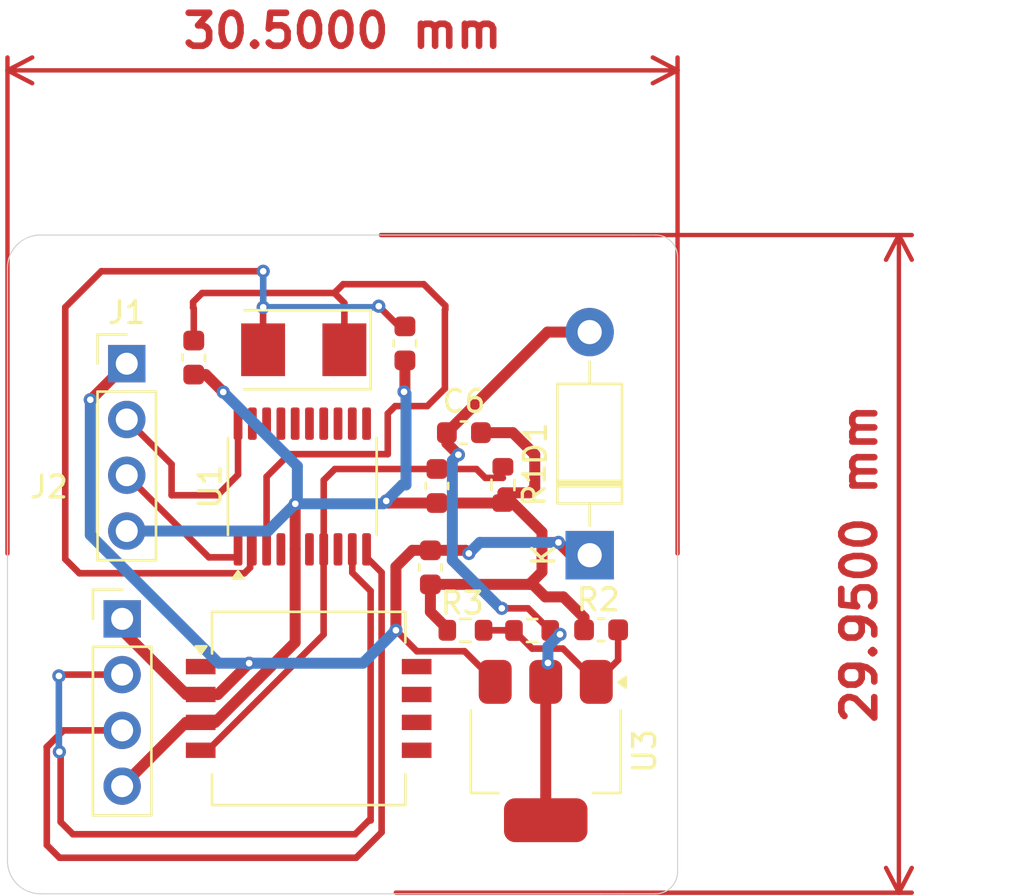
<source format=kicad_pcb>
(kicad_pcb (version 20240108) (generator "pcbnew") (generator_version "8.0")
  (layers (0 "F.Cu" signal) (31 "B.Cu" signal) (34 "B.Paste" user) (35 "F.Paste" user) (36 "B.SilkS" user "B.Silkscreen") (37 "F.SilkS" user "F.Silkscreen") (38 "B.Mask" user) (39 "F.Mask" user) (44 "Edge.Cuts" user))
  (net 0 "")
  (net 1 "GND")
  (net 2 "+5V")
  (net 3 "Net-(U1-PA0)")
  (net 4 "Net-(U1-PC14{slash}PB9)")
  (net 5 "Net-(U1-PC15)")
  (net 6 "UART1_RX")
  (net 7 "UART1_TX")
  (net 8 "UART2_RX")
  (net 9 "UART2_TX")
  (net 26 "Net-(U3-ADJ)")
  (net 27 "3.3V")
  (net 28 "+3.3V")
  (footprint "Capacitor_SMD:C_0603_1608Metric" (layer "F.Cu") (at 118.275 81)
    (property "Reference" "C6" (at 0 -1.43 0) (layer "F.SilkS"))
    (property "Value" "22uF")
    (fp_line (start -0.14058 -0.51) (end 0.14058 -0.51) (stroke (width 0.12)) (layer "F.SilkS"))
    (fp_line (start -0.14058 0.51) (end 0.14058 0.51) (stroke (width 0.12)) (layer "F.SilkS"))
    (pad "1" smd roundrect (at -0.775 0) (size 0.9 0.95) (layers "F.Cu" "F.Paste" "F.Mask") (net 27 "3.3V"))
    (pad "2" smd roundrect (at 0.775 0) (size 0.9 0.95) (layers "F.Cu" "F.Paste" "F.Mask") (net 1 "GND"))
  )
  (footprint "Diode_THT:D_DO-41_SOD81_P10.16mm_Horizontal" (layer "F.Cu") (at 124 86.58 90)
    (property "Reference" "D1" (at 5.08 -2.47 270) (layer "F.SilkS"))
    (property "Value" "1N4007")
    (fp_line (start 7.8 -1.47) (end 2.36 -1.47) (stroke (width 0.12)) (layer "F.SilkS"))
    (fp_line (start 3.38 -1.47) (end 3.38 1.47) (stroke (width 0.12)) (layer "F.SilkS"))
    (fp_line (start 3.26 -1.47) (end 3.26 1.47) (stroke (width 0.12)) (layer "F.SilkS"))
    (fp_line (start 3.14 -1.47) (end 3.14 1.47) (stroke (width 0.12)) (layer "F.SilkS"))
    (fp_line (start 2.36 -1.47) (end 2.36 1.47) (stroke (width 0.12)) (layer "F.SilkS"))
    (fp_line (start 8.82 0) (end 7.8 0) (stroke (width 0.12)) (layer "F.SilkS"))
    (fp_line (start 1.34 0) (end 2.36 0) (stroke (width 0.12)) (layer "F.SilkS"))
    (fp_line (start 7.8 1.47) (end 7.8 -1.47) (stroke (width 0.12)) (layer "F.SilkS"))
    (fp_line (start 2.36 1.47) (end 7.8 1.47) (stroke (width 0.12)) (layer "F.SilkS"))
    (fp_text user "K" (at 0 -2.1 270) (layer "F.SilkS"))
    (pad "1" thru_hole rect (at 0 0 90) (size 2.2 2.2) (drill 1.1) (layers "*.Cu" "*.Mask") (net 2 "+5V"))
    (pad "2" thru_hole oval (at 10.16 0 90) (size 2.2 2.2) (drill 1.1) (layers "*.Cu" "*.Mask") (net 27 "3.3V"))
  )
  (footprint "Resistor_SMD:R_0603_1608Metric" (layer "F.Cu") (at 118.345 90 180)
    (property "Reference" "R3" (at 0.145 1.24 180) (layer "F.SilkS"))
    (property "Value" "R")
    (fp_line (start -0.237258 0.5225) (end 0.237258 0.5225) (stroke (width 0.12)) (layer "F.SilkS"))
    (fp_line (start -0.237258 -0.5225) (end 0.237258 -0.5225) (stroke (width 0.12)) (layer "F.SilkS"))
    (pad "1" smd roundrect (at -0.825 0 180) (size 0.8 0.95) (layers "F.Cu" "F.Paste" "F.Mask") (net 26 "Net-(U3-ADJ)"))
    (pad "2" smd roundrect (at 0.825 0 180) (size 0.8 0.95) (layers "F.Cu" "F.Paste" "F.Mask") (net 1 "GND"))
  )
  (footprint "Package_SO:TSSOP-20_4.4x6.5mm_P0.65mm" (layer "F.Cu") (at 110.92 83.4525 90)
    (property "Reference" "U1" (at 0 -4.2 -90) (layer "F.SilkS"))
    (property "Value" "STM32G030F6Px" (hide yes))
    (fp_line (start 0 -3.385) (end 2.2 -3.385) (stroke (width 0.12)) (layer "F.SilkS"))
    (fp_line (start 0 -3.385) (end -2.2 -3.385) (stroke (width 0.12)) (layer "F.SilkS"))
    (fp_line (start 0 3.385) (end 2.2 3.385) (stroke (width 0.12)) (layer "F.SilkS"))
    (fp_line (start 0 3.385) (end -2.2 3.385) (stroke (width 0.12)) (layer "F.SilkS"))
    (fp_poly (pts (xy -3.86 -2.925) (xy -4.19 -3.165) (xy -4.19 -2.685) (xy -3.86 -2.925)) (stroke (width 0.12)) (fill solid) (layer "F.SilkS"))
    (pad "1" smd roundrect (at -2.8625 -2.925 90) (size 1.475 0.4) (layers "F.Cu" "F.Paste" "F.Mask") (net 6 "UART1_RX"))
    (pad "2" smd roundrect (at -2.8625 -2.275 90) (size 1.475 0.4) (layers "F.Cu" "F.Paste" "F.Mask") (net 4 "Net-(U1-PC14{slash}PB9)"))
    (pad "3" smd roundrect (at -2.8625 -1.625 90) (size 1.475 0.4) (layers "F.Cu" "F.Paste" "F.Mask") (net 5 "Net-(U1-PC15)"))
    (pad "4" smd roundrect (at -2.8625 -0.975 90) (size 1.475 0.4) (layers "F.Cu" "F.Paste" "F.Mask") (net 28 "+3.3V"))
    (pad "5" smd roundrect (at -2.8625 -0.325 90) (size 1.475 0.4) (layers "F.Cu" "F.Paste" "F.Mask") (net 1 "GND"))
    (pad "6" smd roundrect (at -2.8625 0.325 90) (size 1.475 0.4) (layers "F.Cu" "F.Paste" "F.Mask"))
    (pad "7" smd roundrect (at -2.8625 0.975 90) (size 1.475 0.4) (layers "F.Cu" "F.Paste" "F.Mask") (net 3 "Net-(U1-PA0)"))
    (pad "8" smd roundrect (at -2.8625 1.625 90) (size 1.475 0.4) (layers "F.Cu" "F.Paste" "F.Mask"))
    (pad "9" smd roundrect (at -2.8625 2.275 90) (size 1.475 0.4) (layers "F.Cu" "F.Paste" "F.Mask") (net 9 "UART2_TX"))
    (pad "10" smd roundrect (at -2.8625 2.925 90) (size 1.475 0.4) (layers "F.Cu" "F.Paste" "F.Mask") (net 8 "UART2_RX"))
    (pad "11" smd roundrect (at 2.8625 2.925 90) (size 1.475 0.4) (layers "F.Cu" "F.Paste" "F.Mask"))
    (pad "12" smd roundrect (at 2.8625 2.275 90) (size 1.475 0.4) (layers "F.Cu" "F.Paste" "F.Mask"))
    (pad "13" smd roundrect (at 2.8625 1.625 90) (size 1.475 0.4) (layers "F.Cu" "F.Paste" "F.Mask"))
    (pad "14" smd roundrect (at 2.8625 0.975 90) (size 1.475 0.4) (layers "F.Cu" "F.Paste" "F.Mask"))
    (pad "15" smd roundrect (at 2.8625 0.325 90) (size 1.475 0.4) (layers "F.Cu" "F.Paste" "F.Mask"))
    (pad "16" smd roundrect (at 2.8625 -0.325 90) (size 1.475 0.4) (layers "F.Cu" "F.Paste" "F.Mask"))
    (pad "17" smd roundrect (at 2.8625 -0.975 90) (size 1.475 0.4) (layers "F.Cu" "F.Paste" "F.Mask"))
    (pad "18" smd roundrect (at 2.8625 -1.625 90) (size 1.475 0.4) (layers "F.Cu" "F.Paste" "F.Mask"))
    (pad "19" smd roundrect (at 2.8625 -2.275 90) (size 1.475 0.4) (layers "F.Cu" "F.Paste" "F.Mask"))
    (pad "20" smd roundrect (at 2.8625 -2.925 90) (size 1.475 0.4) (layers "F.Cu" "F.Paste" "F.Mask") (net 7 "UART1_TX"))
  )
  (footprint "Connector_PinHeader_2.54mm:PinHeader_1x04_P2.54mm_Vertical" (layer "F.Cu") (at 102.93 77.86)
    (property "Reference" "J1" (at 0 -2.33 0) (layer "F.SilkS"))
    (property "Value" "Conn_01x04_Pin")
    (fp_line (start -1.33 -1.33) (end 0 -1.33) (stroke (width 0.12)) (layer "F.SilkS"))
    (fp_line (start -1.33 0) (end -1.33 -1.33) (stroke (width 0.12)) (layer "F.SilkS"))
    (fp_line (start -1.33 1.27) (end -1.33 8.95) (stroke (width 0.12)) (layer "F.SilkS"))
    (fp_line (start -1.33 1.27) (end 1.33 1.27) (stroke (width 0.12)) (layer "F.SilkS"))
    (fp_line (start -1.33 8.95) (end 1.33 8.95) (stroke (width 0.12)) (layer "F.SilkS"))
    (fp_line (start 1.33 1.27) (end 1.33 8.95) (stroke (width 0.12)) (layer "F.SilkS"))
    (pad "1" thru_hole rect (at 0 0) (size 1.7 1.7) (drill 1) (layers "*.Cu" "*.Mask") (net 2 "+5V"))
    (pad "2" thru_hole oval (at 0 2.54) (size 1.7 1.7) (drill 1) (layers "*.Cu" "*.Mask") (net 7 "UART1_TX"))
    (pad "3" thru_hole oval (at 0 5.08) (size 1.7 1.7) (drill 1) (layers "*.Cu" "*.Mask") (net 6 "UART1_RX"))
    (pad "4" thru_hole oval (at 0 7.62) (size 1.7 1.7) (drill 1) (layers "*.Cu" "*.Mask") (net 1 "GND"))
  )
  (footprint "Package_TO_SOT_SMD:SOT-223-3_TabPin2" (layer "F.Cu") (at 122 95.5 -90)
    (property "Reference" "U3" (at 0 -4.5 90) (layer "F.SilkS"))
    (property "Value" "AMS1117")
    (fp_line (start -1.85 3.41) (end 1.91 3.41) (stroke (width 0.12)) (layer "F.SilkS"))
    (fp_line (start 1.91 3.41) (end 1.91 2.15) (stroke (width 0.12)) (layer "F.SilkS"))
    (fp_line (start -1.85 -3.41) (end 1.91 -3.41) (stroke (width 0.12)) (layer "F.SilkS"))
    (fp_line (start 1.91 -3.41) (end 1.91 -2.15) (stroke (width 0.12)) (layer "F.SilkS"))
    (fp_poly (pts (xy -3.13 -3.31) (xy -3.37 -3.64) (xy -2.89 -3.64) (xy -3.13 -3.31)) (stroke (width 0.12)) (fill solid) (layer "F.SilkS"))
    (pad "1" smd roundrect (at -3.15 -2.3 270) (size 2 1.5) (layers "F.Cu" "F.Paste" "F.Mask") (net 26 "Net-(U3-ADJ)"))
    (pad "2" smd roundrect (at -3.15 0 270) (size 2 1.5) (layers "F.Cu" "F.Paste" "F.Mask") (net 27 "3.3V"))
    (pad "2" smd roundrect (at 3.15 0 270) (size 2 3.8) (layers "F.Cu" "F.Paste" "F.Mask") (net 27 "3.3V"))
    (pad "3" smd roundrect (at -3.15 2.3 270) (size 2 1.5) (layers "F.Cu" "F.Paste" "F.Mask") (net 2 "+5V"))
  )
  (footprint "Capacitor_SMD:C_0603_1608Metric" (layer "F.Cu") (at 116.75 87.135 -90)
    (property "Reference" "C1" (hide yes))
    (property "Value" "100nf")
    (fp_line (start -0.14058 0.51) (end 0.14058 0.51) (stroke (width 0.12)) (layer "F.SilkS"))
    (fp_line (start -0.14058 -0.51) (end 0.14058 -0.51) (stroke (width 0.12)) (layer "F.SilkS"))
    (pad "1" smd roundrect (at -0.775 0 270) (size 0.9 0.95) (layers "F.Cu" "F.Paste" "F.Mask") (net 2 "+5V"))
    (pad "2" smd roundrect (at 0.775 0 270) (size 0.9 0.95) (layers "F.Cu" "F.Paste" "F.Mask") (net 1 "GND"))
  )
  (footprint "Connector_PinHeader_2.54mm:PinHeader_1x04_P2.54mm_Vertical" (layer "F.Cu") (at 102.72 89.48)
    (property "Reference" "J2" (at -3.33 -6.01 0) (layer "F.SilkS"))
    (property "Value" "Conn_01x04_Pin" (hide yes))
    (fp_line (start -1.33 -1.33) (end 0 -1.33) (stroke (width 0.12)) (layer "F.SilkS"))
    (fp_line (start -1.33 0) (end -1.33 -1.33) (stroke (width 0.12)) (layer "F.SilkS"))
    (fp_line (start -1.33 1.27) (end -1.33 8.95) (stroke (width 0.12)) (layer "F.SilkS"))
    (fp_line (start -1.33 1.27) (end 1.33 1.27) (stroke (width 0.12)) (layer "F.SilkS"))
    (fp_line (start -1.33 8.95) (end 1.33 8.95) (stroke (width 0.12)) (layer "F.SilkS"))
    (fp_line (start 1.33 1.27) (end 1.33 8.95) (stroke (width 0.12)) (layer "F.SilkS"))
    (pad "1" thru_hole rect (at 0 0) (size 1.7 1.7) (drill 1) (layers "*.Cu" "*.Mask") (net 2 "+5V"))
    (pad "2" thru_hole oval (at 0 2.54) (size 1.7 1.7) (drill 1) (layers "*.Cu" "*.Mask") (net 9 "UART2_TX"))
    (pad "3" thru_hole oval (at 0 5.08) (size 1.7 1.7) (drill 1) (layers "*.Cu" "*.Mask") (net 8 "UART2_RX"))
    (pad "4" thru_hole oval (at 0 7.62) (size 1.7 1.7) (drill 1) (layers "*.Cu" "*.Mask") (net 1 "GND"))
  )
  (footprint "Sensor_Pressure:Freescale_98ARH99089A" (layer "F.Cu") (at 111.21 93.56)
    (property "Reference" "U2" (hide yes))
    (property "Value" "MPXA6115A")
    (fp_line (start -4.4 -4.4) (end -4.4 -2.5) (stroke (width 0.12)) (layer "F.SilkS"))
    (fp_line (start -4.4 4.4) (end -4.4 3) (stroke (width 0.12)) (layer "F.SilkS"))
    (fp_line (start 4.4 -4.4) (end -4.4 -4.4) (stroke (width 0.12)) (layer "F.SilkS"))
    (fp_line (start 4.4 -3) (end 4.4 -4.4) (stroke (width 0.12)) (layer "F.SilkS"))
    (fp_line (start 4.4 3) (end 4.4 4.4) (stroke (width 0.12)) (layer "F.SilkS"))
    (fp_line (start 4.4 4.4) (end -4.4 4.4) (stroke (width 0.12)) (layer "F.SilkS"))
    (fp_poly (pts (xy -4.9 -2.5) (xy -5.14 -2.83) (xy -4.66 -2.83) (xy -4.9 -2.5)) (stroke (width 0.12)) (fill solid) (layer "F.SilkS"))
    (pad "1" smd rect (at -4.9149 -1.905) (size 1.35 0.7) (layers "F.Cu" "F.Paste" "F.Mask"))
    (pad "2" smd rect (at -4.9149 -0.635) (size 1.35 0.7) (layers "F.Cu" "F.Paste" "F.Mask") (net 2 "+5V"))
    (pad "3" smd rect (at -4.9149 0.635) (size 1.35 0.7) (layers "F.Cu" "F.Paste" "F.Mask") (net 1 "GND"))
    (pad "4" smd rect (at -4.9149 1.905) (size 1.35 0.7) (layers "F.Cu" "F.Paste" "F.Mask") (net 3 "Net-(U1-PA0)"))
    (pad "5" smd rect (at 4.9149 1.905) (size 1.35 0.7) (layers "F.Cu" "F.Paste" "F.Mask"))
    (pad "6" smd rect (at 4.9149 0.635) (size 1.35 0.7) (layers "F.Cu" "F.Paste" "F.Mask"))
    (pad "7" smd rect (at 4.9149 -0.635) (size 1.35 0.7) (layers "F.Cu" "F.Paste" "F.Mask"))
    (pad "8" smd rect (at 4.9149 -1.905) (size 1.35 0.7) (layers "F.Cu" "F.Paste" "F.Mask"))
  )
  (footprint "Crystal:Crystal_SMD_5032-2Pin_5.0x3.2mm" (layer "F.Cu") (at 110.985 77.225 180)
    (property "Reference" "Y1" (hide yes))
    (property "Value" "8mHz")
    (fp_line (start 2.7 -1.8) (end -3.05 -1.8) (stroke (width 0.12)) (layer "F.SilkS"))
    (fp_line (start -3.05 1.8) (end 2.7 1.8) (stroke (width 0.12)) (layer "F.SilkS"))
    (fp_line (start -3.05 -1.8) (end -3.05 1.8) (stroke (width 0.12)) (layer "F.SilkS"))
    (pad "1" smd rect (at -1.85 0 180) (size 2 2.4) (layers "F.Cu" "F.Paste" "F.Mask") (net 5 "Net-(U1-PC15)"))
    (pad "2" smd rect (at 1.85 0 180) (size 2 2.4) (layers "F.Cu" "F.Paste" "F.Mask") (net 4 "Net-(U1-PC14{slash}PB9)"))
  )
  (footprint "Capacitor_SMD:C_0603_1608Metric" (layer "F.Cu") (at 124.52 89.98 180)
    (property "Reference" "C5" (hide yes))
    (property "Value" "10uF")
    (fp_line (start -0.14058 0.51) (end 0.14058 0.51) (stroke (width 0.12)) (layer "F.SilkS"))
    (fp_line (start -0.14058 -0.51) (end 0.14058 -0.51) (stroke (width 0.12)) (layer "F.SilkS"))
    (pad "1" smd roundrect (at -0.775 0 180) (size 0.9 0.95) (layers "F.Cu" "F.Paste" "F.Mask") (net 26 "Net-(U3-ADJ)"))
    (pad "2" smd roundrect (at 0.775 0 180) (size 0.9 0.95) (layers "F.Cu" "F.Paste" "F.Mask") (net 1 "GND"))
  )
  (footprint "Capacitor_SMD:C_0603_1608Metric" (layer "F.Cu") (at 105.98 77.58 90)
    (property "Reference" "C4" (hide yes))
    (property "Value" "20pf")
    (fp_line (start -0.14058 -0.51) (end 0.14058 -0.51) (stroke (width 0.12)) (layer "F.SilkS"))
    (fp_line (start -0.14058 0.51) (end 0.14058 0.51) (stroke (width 0.12)) (layer "F.SilkS"))
    (pad "1" smd roundrect (at -0.775 0 90) (size 0.9 0.95) (layers "F.Cu" "F.Paste" "F.Mask") (net 1 "GND"))
    (pad "2" smd roundrect (at 0.775 0 90) (size 0.9 0.95) (layers "F.Cu" "F.Paste" "F.Mask") (net 5 "Net-(U1-PC15)"))
  )
  (footprint "Capacitor_SMD:C_0603_1608Metric" (layer "F.Cu") (at 115.59 76.935 90)
    (property "Reference" "C3" (hide yes))
    (property "Value" "10pf" (hide yes))
    (fp_line (start -0.14058 -0.51) (end 0.14058 -0.51) (stroke (width 0.12)) (layer "F.SilkS"))
    (fp_line (start -0.14058 0.51) (end 0.14058 0.51) (stroke (width 0.12)) (layer "F.SilkS"))
    (pad "1" smd roundrect (at -0.775 0 90) (size 0.9 0.95) (layers "F.Cu" "F.Paste" "F.Mask") (net 1 "GND"))
    (pad "2" smd roundrect (at 0.775 0 90) (size 0.9 0.95) (layers "F.Cu" "F.Paste" "F.Mask") (net 4 "Net-(U1-PC14{slash}PB9)"))
  )
  (footprint "Resistor_SMD:R_0603_1608Metric" (layer "F.Cu") (at 120.05 83.38 -90)
    (property "Reference" "R1" (at 0 -1.43 -90) (layer "F.SilkS"))
    (property "Value" "15k")
    (fp_line (start -0.237258 0.5225) (end 0.237258 0.5225) (stroke (width 0.12)) (layer "F.SilkS"))
    (fp_line (start -0.237258 -0.5225) (end 0.237258 -0.5225) (stroke (width 0.12)) (layer "F.SilkS"))
    (pad "1" smd roundrect (at -0.825 0 270) (size 0.8 0.95) (layers "F.Cu" "F.Paste" "F.Mask") (net 3 "Net-(U1-PA0)"))
    (pad "2" smd roundrect (at 0.825 0 270) (size 0.8 0.95) (layers "F.Cu" "F.Paste" "F.Mask") (net 1 "GND"))
  )
  (footprint "Capacitor_SMD:C_0603_1608Metric" (layer "F.Cu") (at 117.05 83.43 -90)
    (property "Reference" "C2" (hide yes))
    (property "Value" "47pf")
    (fp_line (start -0.14058 0.51) (end 0.14058 0.51) (stroke (width 0.12)) (layer "F.SilkS"))
    (fp_line (start -0.14058 -0.51) (end 0.14058 -0.51) (stroke (width 0.12)) (layer "F.SilkS"))
    (pad "1" smd roundrect (at -0.775 0 270) (size 0.9 0.95) (layers "F.Cu" "F.Paste" "F.Mask") (net 3 "Net-(U1-PA0)"))
    (pad "2" smd roundrect (at 0.775 0 270) (size 0.9 0.95) (layers "F.Cu" "F.Paste" "F.Mask") (net 1 "GND"))
  )
  (footprint "Resistor_SMD:R_0603_1608Metric" (layer "F.Cu") (at 121.38 90.01 180)
    (property "Reference" "R2" (at -3.01 1.4 180) (layer "F.SilkS"))
    (property "Value" "R")
    (fp_line (start -0.237258 0.5225) (end 0.237258 0.5225) (stroke (width 0.12)) (layer "F.SilkS"))
    (fp_line (start -0.237258 -0.5225) (end 0.237258 -0.5225) (stroke (width 0.12)) (layer "F.SilkS"))
    (pad "1" smd roundrect (at -0.825 0 180) (size 0.8 0.95) (layers "F.Cu" "F.Paste" "F.Mask") (net 27 "3.3V"))
    (pad "2" smd roundrect (at 0.825 0 180) (size 0.8 0.95) (layers "F.Cu" "F.Paste" "F.Mask") (net 26 "Net-(U3-ADJ)"))
  )
  (gr_line (start 126 72) (end 127 72) (stroke (width 0.05)) (layer "Edge.Cuts"))
  (gr_line (start 125.5 102) (end 127 102) (stroke (width 0.05)) (layer "Edge.Cuts"))
  (gr_line (start 128 73) (end 128 101) (stroke (width 0.05)) (layer "Edge.Cuts"))
  (gr_line (start 99 102) (end 124.5 102) (stroke (width 0.05)) (layer "Edge.Cuts"))
  (gr_line (start 102 72) (end 100.5 72) (stroke (width 0.05)) (layer "Edge.Cuts"))
  (gr_line (start 124.5 102) (end 125.5 102) (stroke (width 0.05)) (layer "Edge.Cuts"))
  (gr_line (start 102 72) (end 126 72) (stroke (width 0.05)) (layer "Edge.Cuts"))
  (gr_line (start 100.5 72) (end 99 72) (stroke (width 0.05)) (layer "Edge.Cuts"))
  (gr_arc (start 127 72) (mid 127.707107 72.292893) (end 128 73) (stroke (width 0.05)) (layer "Edge.Cuts"))
  (gr_arc (start 128 101) (mid 127.707107 101.707107) (end 127 102) (stroke (width 0.05)) (layer "Edge.Cuts"))
  (gr_line (start 97.5 73.5) (end 97.5 100.5) (stroke (width 0.05)) (layer "Edge.Cuts"))
  (gr_arc (start 99 102) (mid 97.93934 101.56066) (end 97.5 100.5) (stroke (width 0.05)) (layer "Edge.Cuts"))
  (gr_arc (start 97.5 73.5) (mid 97.93934 72.43934) (end 99 72) (stroke (width 0.05)) (layer "Edge.Cuts"))
  (dimension (type aligned) (layer "F.Cu") (pts (xy 97.5 87) (xy 128 87)) (height -22.5) (gr_text "30.5000 mm" (at 112.75 62.7 0) (layer "F.Cu") (effects (font (size 1.5 1.5) (thickness 0.3)))) (format (prefix "") (suffix "") (units 3) (units_format 1) (precision 4)) (style (thickness 0.2) (arrow_length 1.27) (text_position_mode 0) (extension_height 0.58642) (extension_offset 0.5) keep_text_aligned))
  (dimension (type orthogonal) (layer "F.Cu") (pts (xy 114 72) (xy 114.675 101.95)) (height 24.075) (orientation 1) (gr_text "29.9500 mm" (at 136.275 86.975 90) (layer "F.Cu") (effects (font (size 1.5 1.5) (thickness 0.3)))) (format (prefix "") (suffix "") (units 3) (units_format 1) (precision 4)) (style (thickness 0.2) (arrow_length 1.27) (text_position_mode 0) (extension_height 0.58642) (extension_offset 0.5) keep_text_aligned))
  (segment (start 110.595 90.5501) (end 106.9501 94.195) (width 0.5) (layer "F.Cu") (net 1))
  (segment (start 120.05 84.205) (end 120.505 84.205) (width 0.5) (layer "F.Cu") (net 1))
  (segment (start 120.05 83.74) (end 120.05 84.205) (width 0.5) (layer "F.Cu") (net 1))
  (segment (start 121.26 87.91) (end 121.335 87.835) (width 0.5) (layer "F.Cu") (net 1))
  (segment (start 123.745 89.425) (end 123.745 89.98) (width 0.5) (layer "F.Cu") (net 1))
  (segment (start 110.595 86.315) (end 110.595 90.5501) (width 0.5) (layer "F.Cu") (net 1))
  (segment (start 120.505 84.205) (end 121.83 85.53) (width 0.5) (layer "F.Cu") (net 1))
  (segment (start 117.05 84.205) (end 120.05 84.205) (width 0.5) (layer "F.Cu") (net 1))
  (segment (start 120.5 81) (end 121.5 82) (width 0.5) (layer "F.Cu") (net 1))
  (segment (start 116.75 87.91) (end 121.26 87.91) (width 0.5) (layer "F.Cu") (net 1))
  (segment (start 116.75 89.16005) (end 117.554975 89.965025) (width 0.5) (layer "F.Cu") (net 1))
  (segment (start 117.05 84.205) (end 114.835 84.205) (width 0.5) (layer "F.Cu") (net 1))
  (segment (start 114.835 84.205) (end 114.74 84.11) (width 0.5) (layer "F.Cu") (net 1))
  (segment (start 121.5 82) (end 121.5 83.5) (width 0.5) (layer "F.Cu") (net 1))
  (segment (start 106.2951 94.195) (end 105.625 94.195) (width 0.5) (layer "F.Cu") (net 1))
  (segment (start 121.83 85.53) (end 121.83 87.34) (width 0.5) (layer "F.Cu") (net 1))
  (segment (start 119.05 81) (end 120.5 81) (width 0.5) (layer "F.Cu") (net 1))
  (segment (start 115.59 79.1) (end 115.55 79.14) (width 0.5) (layer "F.Cu") (net 1))
  (segment (start 116.75 87.91) (end 116.75 89.16005) (width 0.5) (layer "F.Cu") (net 1))
  (segment (start 122.8 88.48) (end 123.745 89.425) (width 0.5) (layer "F.Cu") (net 1))
  (segment (start 106.9501 94.195) (end 106.2951 94.195) (width 0.5) (layer "F.Cu") (net 1))
  (segment (start 105.98 78.355) (end 106.525 78.355) (width 0.5) (layer "F.Cu") (net 1))
  (segment (start 121.26 83.74) (end 120.05 83.74) (width 0.5) (layer "F.Cu") (net 1))
  (segment (start 121.335 87.835) (end 121.83 87.34) (width 0.5) (layer "F.Cu") (net 1))
  (segment (start 110.595 84.245) (end 110.6 84.24) (width 0.5) (layer "F.Cu") (net 1))
  (segment (start 105.625 94.195) (end 102.72 97.1) (width 0.5) (layer "F.Cu") (net 1))
  (segment (start 122.8 88.48) (end 121.98 88.48) (width 0.5) (layer "F.Cu") (net 1))
  (segment (start 121.5 83.5) (end 121.26 83.74) (width 0.5) (layer "F.Cu") (net 1))
  (segment (start 115.59 77.71) (end 115.59 79.1) (width 0.5) (layer "F.Cu") (net 1))
  (segment (start 121.98 88.48) (end 121.335 87.835) (width 0.5) (layer "F.Cu") (net 1))
  (segment (start 110.595 86.315) (end 110.595 84.245) (width 0.5) (layer "F.Cu") (net 1))
  (segment (start 106.525 78.355) (end 107.32 79.15) (width 0.5) (layer "F.Cu") (net 1))
  (via (at 110.6 84.24) (size 0.6) (drill 0.3) (layers "F.Cu" "B.Cu") (net 1))
  (via (at 114.74 84.11) (size 0.6) (drill 0.3) (layers "F.Cu" "B.Cu") (net 1))
  (via (at 107.32 79.15) (size 0.6) (drill 0.3) (layers "F.Cu" "B.Cu") (net 1))
  (via (at 115.55 79.14) (size 0.6) (drill 0.3) (layers "F.Cu" "B.Cu") (net 1))
  (segment (start 110.695 82.525) (end 107.32 79.15) (width 0.5) (layer "B.Cu") (net 1))
  (segment (start 114.74 84.11) (end 115.47 83.38) (width 0.5) (layer "B.Cu") (net 1))
  (segment (start 115.64 79.23) (end 115.55 79.14) (width 0.5) (layer "B.Cu") (net 1))
  (segment (start 114.61 84.24) (end 114.74 84.11) (width 0.5) (layer "B.Cu") (net 1))
  (segment (start 110.695 84.145) (end 110.695 82.525) (width 0.5) (layer "B.Cu") (net 1))
  (segment (start 109.36 85.48) (end 110.6 84.24) (width 0.5) (layer "B.Cu") (net 1))
  (segment (start 110.6 84.24) (end 114.61 84.24) (width 0.5) (layer "B.Cu") (net 1))
  (segment (start 110.6 84.24) (end 110.695 84.145) (width 0.5) (layer "B.Cu") (net 1))
  (segment (start 102.93 85.48) (end 109.36 85.48) (width 0.5) (layer "B.Cu") (net 1))
  (segment (start 115.64 83.38) (end 115.64 79.23) (width 0.5) (layer "B.Cu") (net 1))
  (segment (start 115.47 83.38) (end 115.64 83.38) (width 0.5) (layer "B.Cu") (net 1))
  (segment (start 105.6401 92.925) (end 102.72 90.0049) (width 0.5) (layer "F.Cu") (net 2))
  (segment (start 118.36 86.36) (end 118.5 86.5) (width 0.5) (layer "F.Cu") (net 2))
  (segment (start 116.135 90.955) (end 115.18 90) (width 0.3) (layer "F.Cu") (net 2))
  (segment (start 101.27 79.5) (end 101.29 79.5) (width 0.5) (layer "F.Cu") (net 2))
  (segment (start 119.7 92.35) (end 118.305 90.955) (width 0.3) (layer "F.Cu") (net 2))
  (segment (start 108.5 91.5) (end 107.075 92.925) (width 0.5) (layer "F.Cu") (net 2))
  (segment (start 123.16 86.58) (end 122.58 86) (width 0.5) (layer "F.Cu") (net 2))
  (segment (start 101.29 79.5) (end 102.93 77.86) (width 0.5) (layer "F.Cu") (net 2))
  (segment (start 115.93 86.36) (end 115.18 87.11) (width 0.5) (layer "F.Cu") (net 2))
  (segment (start 115.18 87.11) (end 115.18 90) (width 0.5) (layer "F.Cu") (net 2))
  (segment (start 116.75 86.36) (end 115.93 86.36) (width 0.5) (layer "F.Cu") (net 2))
  (segment (start 115.22 89.96) (end 115.18 90) (width 0.5) (layer "F.Cu") (net 2))
  (segment (start 124 86.58) (end 123.16 86.58) (width 0.5) (layer "F.Cu") (net 2))
  (segment (start 118.305 90.955) (end 116.135 90.955) (width 0.3) (layer "F.Cu") (net 2))
  (segment (start 102.72 90.0049) (end 102.72 89.48) (width 0.5) (layer "F.Cu") (net 2))
  (segment (start 106.2951 92.925) (end 105.6401 92.925) (width 0.5) (layer "F.Cu") (net 2))
  (segment (start 107.075 92.925) (end 106.2951 92.925) (width 0.5) (layer "F.Cu") (net 2))
  (segment (start 116.75 86.36) (end 118.36 86.36) (width 0.5) (layer "F.Cu") (net 2))
  (via (at 118.5 86.5) (size 0.6) (drill 0.3) (layers "F.Cu" "B.Cu") (net 2))
  (via (at 115.18 90) (size 0.6) (drill 0.3) (layers "F.Cu" "B.Cu") (net 2))
  (via (at 101.27 79.5) (size 0.6) (drill 0.3) (layers "F.Cu" "B.Cu") (net 2))
  (via (at 122.58 86) (size 0.6) (drill 0.3) (layers "F.Cu" "B.Cu") (net 2))
  (via (at 108.5 91.5) (size 0.6) (drill 0.3) (layers "F.Cu" "B.Cu") (net 2))
  (segment (start 113.68 91.5) (end 109 91.5) (width 0.5) (layer "B.Cu") (net 2))
  (segment (start 119 86) (end 122.58 86) (width 0.5) (layer "B.Cu") (net 2))
  (segment (start 107.111522 91.5) (end 101.27 85.658478) (width 0.5) (layer "B.Cu") (net 2))
  (segment (start 101.27 85.658478) (end 101.27 79.5) (width 0.5) (layer "B.Cu") (net 2))
  (segment (start 109 91.5) (end 108.5 91.5) (width 0.5) (layer "B.Cu") (net 2))
  (segment (start 118.5 86.5) (end 119 86) (width 0.5) (layer "B.Cu") (net 2))
  (segment (start 109 91.5) (end 107.111522 91.5) (width 0.5) (layer "B.Cu") (net 2))
  (segment (start 115.18 90) (end 113.68 91.5) (width 0.5) (layer "B.Cu") (net 2))
  (segment (start 112.405 82.655) (end 111.895 83.165) (width 0.3) (layer "F.Cu") (net 3))
  (segment (start 106.6201 95.465) (end 111.89 90.1951) (width 0.3) (layer "F.Cu") (net 3))
  (segment (start 118.845 82.655) (end 117.05 82.655) (width 0.3) (layer "F.Cu") (net 3))
  (segment (start 117.05 82.655) (end 112.405 82.655) (width 0.3) (layer "F.Cu") (net 3))
  (segment (start 111.89 90.1951) (end 111.89 86.6775) (width 0.3) (layer "F.Cu") (net 3))
  (segment (start 111.895 83.165) (end 111.895 86.315) (width 0.3) (layer "F.Cu") (net 3))
  (segment (start 106.2951 95.465) (end 106.6201 95.465) (width 0.3) (layer "F.Cu") (net 3))
  (segment (start 120.05 83.06) (end 119.25 83.06) (width 0.3) (layer "F.Cu") (net 3))
  (segment (start 119.25 83.06) (end 118.845 82.655) (width 0.3) (layer "F.Cu") (net 3))
  (segment (start 109.135 75.295) (end 109.14 75.29) (width 0.3) (layer "F.Cu") (net 4))
  (segment (start 100.13 86.76) (end 100.13 75.29) (width 0.3) (layer "F.Cu") (net 4))
  (segment (start 108.545 85.477501) (end 108.545 87.141668) (width 0.3) (layer "F.Cu") (net 4))
  (segment (start 109.135 77.225) (end 109.135 75.295) (width 0.3) (layer "F.Cu") (net 4))
  (segment (start 115.32 76.16) (end 114.4 75.24) (width 0.3) (layer "F.Cu") (net 4))
  (segment (start 108.284168 87.4025) (end 100.7725 87.4025) (width 0.3) (layer "F.Cu") (net 4))
  (segment (start 115.59 76.16) (end 115.32 76.16) (width 0.3) (layer "F.Cu") (net 4))
  (segment (start 101.77 73.65) (end 109.14 73.65) (width 0.3) (layer "F.Cu") (net 4))
  (segment (start 108.645 86.315) (end 108.645 85.577501) (width 0.3) (layer "F.Cu") (net 4))
  (segment (start 100.7725 87.4025) (end 100.13 86.76) (width 0.3) (layer "F.Cu") (net 4))
  (segment (start 108.645 85.577501) (end 108.545 85.477501) (width 0.3) (layer "F.Cu") (net 4))
  (segment (start 100.13 75.29) (end 101.77 73.65) (width 0.3) (layer "F.Cu") (net 4))
  (segment (start 108.545 87.141668) (end 108.284168 87.4025) (width 0.3) (layer "F.Cu") (net 4))
  (via (at 114.4 75.24) (size 0.6) (drill 0.3) (layers "F.Cu" "B.Cu") (net 4))
  (via (at 109.14 73.65) (size 0.6) (drill 0.3) (layers "F.Cu" "B.Cu") (net 4))
  (via (at 109.14 75.29) (size 0.6) (drill 0.3) (layers "F.Cu" "B.Cu") (net 4))
  (segment (start 109.14 73.65) (end 109.14 75.29) (width 0.3) (layer "B.Cu") (net 4))
  (segment (start 114.35 75.29) (end 114.4 75.24) (width 0.3) (layer "B.Cu") (net 4))
  (segment (start 109.14 75.29) (end 114.35 75.29) (width 0.3) (layer "B.Cu") (net 4))
  (segment (start 105.98 75.34) (end 105.95 75.31) (width 0.3) (layer "F.Cu") (net 5))
  (segment (start 116.45 74.24) (end 117.43 75.22) (width 0.3) (layer "F.Cu") (net 5))
  (segment (start 105.98 76.805) (end 105.98 75.34) (width 0.3) (layer "F.Cu") (net 5))
  (segment (start 106.36 74.64) (end 112.38 74.64) (width 0.3) (layer "F.Cu") (net 5))
  (segment (start 117.41 78.99) (end 116.61 79.79) (width 0.3) (layer "F.Cu") (net 5))
  (segment (start 112.38 74.64) (end 112.475 74.545) (width 0.3) (layer "F.Cu") (net 5))
  (segment (start 117.43 75.22) (end 117.43 75.39) (width 0.3) (layer "F.Cu") (net 5))
  (segment (start 112.78 74.24) (end 116.45 74.24) (width 0.3) (layer "F.Cu") (net 5))
  (segment (start 109.295 83.005) (end 110.32 81.98) (width 0.3) (layer "F.Cu") (net 5))
  (segment (start 112.475 74.545) (end 112.78 74.24) (width 0.3) (layer "F.Cu") (net 5))
  (segment (start 117.41 75.41) (end 117.41 78.99) (width 0.3) (layer "F.Cu") (net 5))
  (segment (start 105.95 75.05) (end 106.36 74.64) (width 0.3) (layer "F.Cu") (net 5))
  (segment (start 117.43 75.39) (end 117.41 75.41) (width 0.3) (layer "F.Cu") (net 5))
  (segment (start 112.38 74.64) (end 112.835 75.095) (width 0.3) (layer "F.Cu") (net 5))
  (segment (start 112.835 75.095) (end 112.835 77.225) (width 0.3) (layer "F.Cu") (net 5))
  (segment (start 109.295 86.315) (end 109.295 83.005) (width 0.3) (layer "F.Cu") (net 5))
  (segment (start 114.81 80.13) (end 115.15 79.79) (width 0.3) (layer "F.Cu") (net 5))
  (segment (start 105.95 75.31) (end 105.95 75.05) (width 0.3) (layer "F.Cu") (net 5))
  (segment (start 115.15 79.79) (end 116.61 79.79) (width 0.3) (layer "F.Cu") (net 5))
  (segment (start 110.32 81.98) (end 114.81 81.98) (width 0.3) (layer "F.Cu") (net 5))
  (segment (start 114.81 81.98) (end 114.81 80.13) (width 0.3) (layer "F.Cu") (net 5))
  (segment (start 102.93 82.94) (end 106.6675 86.6775) (width 0.3) (layer "F.Cu") (net 6))
  (segment (start 106.6675 86.6775) (end 107.99 86.6775) (width 0.3) (layer "F.Cu") (net 6))
  (segment (start 107.06 83.85) (end 104.97 83.85) (width 0.3) (layer "F.Cu") (net 7))
  (segment (start 107.995 80.59) (end 107.995 82.915) (width 0.3) (layer "F.Cu") (net 7))
  (segment (start 107.995 82.915) (end 107.06 83.85) (width 0.3) (layer "F.Cu") (net 7))
  (segment (start 104.97 83.85) (end 104.97 82.44) (width 0.3) (layer "F.Cu") (net 7))
  (segment (start 104.97 82.44) (end 102.93 80.4) (width 0.3) (layer "F.Cu") (net 7))
  (segment (start 99.38 95.23) (end 99.28 95.33) (width 0.3) (layer "F.Cu") (net 8))
  (segment (start 100.05 94.56) (end 99.38 95.23) (width 0.3) (layer "F.Cu") (net 8))
  (segment (start 99.87 100.36) (end 99.29 99.78) (width 0.3) (layer "F.Cu") (net 8))
  (segment (start 114.53 87.3675) (end 113.84 86.6775) (width 0.3) (layer "F.Cu") (net 8))
  (segment (start 114.53 99.2) (end 114.53 87.3675) (width 0.3) (layer "F.Cu") (net 8))
  (segment (start 99.29 99.78) (end 99.29 95.32) (width 0.3) (layer "F.Cu") (net 8))
  (segment (start 102.72 94.56) (end 100.05 94.56) (width 0.3) (layer "F.Cu") (net 8))
  (segment (start 113.37 100.36) (end 99.87 100.36) (width 0.3) (layer "F.Cu") (net 8))
  (segment (start 113.37 100.36) (end 114.53 99.2) (width 0.3) (layer "F.Cu") (net 8))
  (segment (start 99.29 95.32) (end 99.38 95.23) (width 0.3) (layer "F.Cu") (net 8))
  (segment (start 113.195 87.375) (end 113.195 86.315) (width 0.3) (layer "F.Cu") (net 9))
  (segment (start 99.9 92.02) (end 99.84 92.08) (width 0.3) (layer "F.Cu") (net 9))
  (segment (start 114.03 98.66) (end 114.03 88.21) (width 0.3) (layer "F.Cu") (net 9))
  (segment (start 113.32 99.29) (end 113.95 98.66) (width 0.3) (layer "F.Cu") (net 9))
  (segment (start 100.48 99.29) (end 113.32 99.29) (width 0.3) (layer "F.Cu") (net 9))
  (segment (start 113.95 98.66) (end 114.03 98.66) (width 0.3) (layer "F.Cu") (net 9))
  (segment (start 102.72 92.02) (end 99.9 92.02) (width 0.3) (layer "F.Cu") (net 9))
  (segment (start 99.84 92.08) (end 99.87 92.08) (width 0.3) (layer "F.Cu") (net 9))
  (segment (start 99.92 98.73) (end 100.48 99.29) (width 0.3) (layer "F.Cu") (net 9))
  (segment (start 99.87 92.08) (end 99.97 92.18) (width 0.3) (layer "F.Cu") (net 9))
  (segment (start 99.863277 95.533277) (end 99.76 95.636554) (width 0.3) (layer "F.Cu") (net 9))
  (segment (start 99.92 95.609239) (end 99.92 98.73) (width 0.3) (layer "F.Cu") (net 9))
  (segment (start 114.03 88.21) (end 113.195 87.375) (width 0.3) (layer "F.Cu") (net 9))
  (via (at 99.863277 95.533277) (size 0.6) (drill 0.3) (layers "F.Cu" "B.Cu") (net 9))
  (via (at 99.84 92.08) (size 0.6) (drill 0.3) (layers "F.Cu" "B.Cu") (net 9))
  (segment (start 99.84 95.322685) (end 99.84 92.08) (width 0.3) (layer "B.Cu") (net 9))
  (segment (start 125.295 89.98) (end 125.295 91.355) (width 0.3) (layer "F.Cu") (net 26))
  (segment (start 120.155 90) (end 120.165 90.01) (width 0.3) (layer "F.Cu") (net 26))
  (segment (start 119.17 90) (end 120.545 90) (width 0.3) (layer "F.Cu") (net 26))
  (segment (start 122.785 90.835) (end 124.3 92.35) (width 0.3) (layer "F.Cu") (net 26))
  (segment (start 120.545 90) (end 120.555 90.01) (width 0.3) (layer "F.Cu") (net 26))
  (segment (start 120.555 90.01) (end 121.38 90.835) (width 0.3) (layer "F.Cu") (net 26))
  (segment (start 121.38 90.835) (end 122.785 90.835) (width 0.3) (layer "F.Cu") (net 26))
  (segment (start 125.295 91.355) (end 124.3 92.35) (width 0.3) (layer "F.Cu") (net 26))
  (segment (start 122.65 90.185) (end 122.65 90.235) (width 0.5) (layer "F.Cu") (net 27))
  (segment (start 122 92.35) (end 122 98.65) (width 0.5) (layer "F.Cu") (net 27))
  (segment (start 117.5 81) (end 122.08 76.42) (width 0.5) (layer "F.Cu") (net 27))
  (segment (start 122.475 90.01) (end 122.65 90.185) (width 0.3) (layer "F.Cu") (net 27))
  (segment (start 122.08 76.42) (end 124 76.42) (width 0.5) (layer "F.Cu") (net 27))
  (segment (start 121.195 89) (end 120 89) (width 0.3) (layer "F.Cu") (net 27))
  (segment (start 122.205 90.01) (end 122.475 90.01) (width 0.3) (layer "F.Cu") (net 27))
  (segment (start 117.5 81) (end 117.5 81.48) (width 0.5) (layer "F.Cu") (net 27))
  (segment (start 122 92.35) (end 122 91.585) (width 0.5) (layer "F.Cu") (net 27))
  (segment (start 122 91.585) (end 122.1 91.485) (width 0.5) (layer "F.Cu") (net 27))
  (segment (start 117.5 81.48) (end 118.025 82.005) (width 0.5) (layer "F.Cu") (net 27))
  (segment (start 122.205 90.01) (end 121.195 89) (width 0.3) (layer "F.Cu") (net 27))
  (via (at 122.65 90.185) (size 0.6) (drill 0.3) (layers "F.Cu" "B.Cu") (net 27))
  (via (at 120 89) (size 0.6) (drill 0.3) (layers "F.Cu" "B.Cu") (net 27))
  (via (at 122.1 91.485) (size 0.6) (drill 0.3) (layers "F.Cu" "B.Cu") (net 27))
  (via (at 118.025 82.005) (size 0.6) (drill 0.3) (layers "F.Cu" "B.Cu") (net 27))
  (segment (start 117.75 86.810661) (end 119.939339 89) (width 0.5) (layer "B.Cu") (net 27))
  (segment (start 118.025 82.005) (end 117.75 82.28) (width 0.5) (layer "B.Cu") (net 27))
  (segment (start 119.939339 89) (end 120 89) (width 0.5) (layer "B.Cu") (net 27))
  (segment (start 122.1 91.485) (end 122.1 90.735) (width 0.5) (layer "B.Cu") (net 27))
  (segment (start 122.1 90.735) (end 122.65 90.185) (width 0.5) (layer "B.Cu") (net 27))
  (segment (start 117.75 82.28) (end 117.75 86.810661) (width 0.5) (layer "B.Cu") (net 27))
)
</source>
